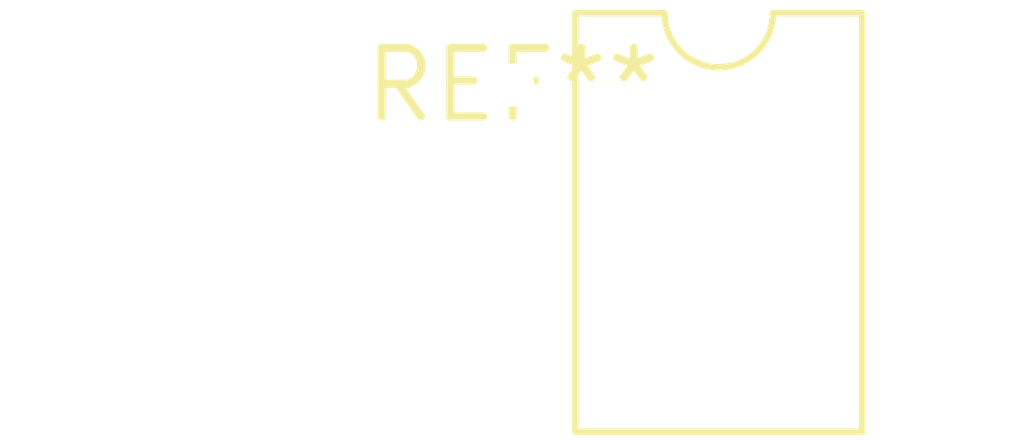
<source format=kicad_pcb>
(kicad_pcb (version 20240108) (generator pcbnew)
  (layers (0 "F.Cu" signal) (31 "B.Cu" signal) (34 "B.Paste" user) (35 "F.Paste" user) (36 "B.SilkS" user "B.Silkscreen") (37 "F.SilkS" user "F.Silkscreen") (38 "B.Mask" user) (39 "F.Mask" user) (44 "Edge.Cuts" user))
  (net 0 "")
  (footprint "DIP-5-6_W7.62mm" (layer "F.Cu") (at 0 0)
    (property "Reference" "REF**")
    (property "Value" "DIP-5-6_W7.62mm")
    (fp_line (start 1.16 -1.33) (end 1.16 6.41) (layer "F.SilkS") (stroke (width 0.12)))
    (fp_line (start 1.16 6.41) (end 6.46 6.41) (layer "F.SilkS") (stroke (width 0.12)))
    (fp_line (start 2.81 -1.33) (end 1.16 -1.33) (layer "F.SilkS") (stroke (width 0.12)))
    (fp_line (start 6.46 -1.33) (end 4.81 -1.33) (layer "F.SilkS") (stroke (width 0.12)))
    (fp_line (start 6.46 6.41) (end 6.46 -1.33) (layer "F.SilkS") (stroke (width 0.12)))
    (fp_arc (start 4.81 -1.33) (mid 3.81 -0.33) (end 2.81 -1.33) (layer "F.SilkS") (stroke (width 0.12)))
    (pad "1" thru_hole rect (at 0 0) (size 1.6 1.6) (drill 0.8) (layers *.Cu *.Mask) (remove_unused_layers))
    (pad "2" thru_hole oval (at 0 2.54) (size 1.6 1.6) (drill 0.8) (layers *.Cu *.Mask) (remove_unused_layers))
    (pad "3" thru_hole oval (at 0 5.08) (size 1.6 1.6) (drill 0.8) (layers *.Cu *.Mask) (remove_unused_layers))
    (pad "4" thru_hole oval (at 7.62 5.08) (size 1.6 1.6) (drill 0.8) (layers *.Cu *.Mask) (remove_unused_layers))
    (pad "6" thru_hole oval (at 7.62 0) (size 1.6 1.6) (drill 0.8) (layers *.Cu *.Mask) (remove_unused_layers))
  )
)
</source>
